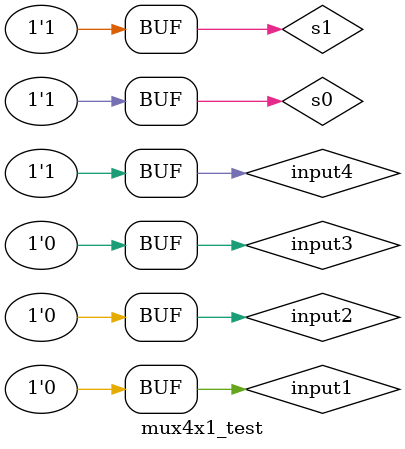
<source format=v>
module mux4x1_test();

wire out;
reg input1,input2,input3,input4;
reg s0,s1;

mux4x1 mux4_1(out,input1,input2,input3,input4,s0,s1);

initial begin
  input1=1'b1;
  input2=1'b0;
  input3=1'b0;
  input4=1'b0;
  s0=1'b0;
  s1=1'b0;
#5;
  input1=1'b0;
  input2=1'b1;
  input3=1'b0;
  input4=1'b0;
  s0=1'b1;
  s1=1'b0;
#5;
  input1=1'b0;
  input2=1'b0;
  input3=1'b1;
  input4=1'b0;
  s0=1'b0;
  s1=1'b1;
#5;
  input1=1'b0;
  input2=1'b0;
  input3=1'b0;
  input4=1'b1;
  s0=1'b1;
  s1=1'b1;
end

initial begin
  $monitor("Time:%2d input1:%1b, input2:%1b, input3:%1b, input4:%1b, s1:%1b, s0:%1b, out:%1b",$time,input1,input2,input3,input4,s1,s0,out);
end


endmodule

</source>
